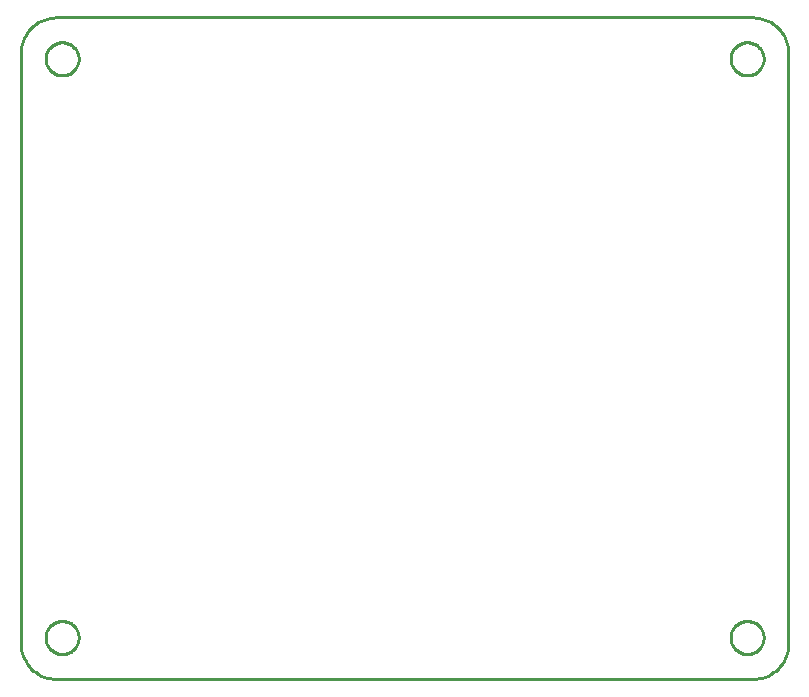
<source format=gbr>
G04 EAGLE Gerber RS-274X export*
G75*
%MOMM*%
%FSLAX34Y34*%
%LPD*%
%IN*%
%IPPOS*%
%AMOC8*
5,1,8,0,0,1.08239X$1,22.5*%
G01*
G04 Define Apertures*
%ADD10C,0.254000*%
D10*
X0Y30000D02*
X114Y27385D01*
X456Y24791D01*
X1022Y22235D01*
X1809Y19739D01*
X2811Y17321D01*
X4019Y15000D01*
X5425Y12793D01*
X7019Y10716D01*
X8787Y8787D01*
X10716Y7019D01*
X12793Y5425D01*
X15000Y4019D01*
X17321Y2811D01*
X19739Y1809D01*
X22235Y1022D01*
X24791Y456D01*
X27385Y114D01*
X30000Y0D01*
X620000Y0D01*
X622615Y114D01*
X625209Y456D01*
X627765Y1022D01*
X630261Y1809D01*
X632679Y2811D01*
X635000Y4019D01*
X637207Y5425D01*
X639284Y7019D01*
X641213Y8787D01*
X642981Y10716D01*
X644575Y12793D01*
X645981Y15000D01*
X647189Y17321D01*
X648191Y19739D01*
X648978Y22235D01*
X649544Y24791D01*
X649886Y27385D01*
X650000Y30000D01*
X650000Y530000D01*
X649886Y532615D01*
X649544Y535209D01*
X648978Y537765D01*
X648191Y540261D01*
X647189Y542679D01*
X645981Y545000D01*
X644575Y547207D01*
X642981Y549284D01*
X641213Y551213D01*
X639284Y552981D01*
X637207Y554575D01*
X635000Y555981D01*
X632679Y557189D01*
X630261Y558191D01*
X627765Y558978D01*
X625209Y559544D01*
X622615Y559886D01*
X620000Y560000D01*
X30000Y560000D01*
X27385Y559886D01*
X24791Y559544D01*
X22235Y558978D01*
X19739Y558191D01*
X17321Y557189D01*
X15000Y555981D01*
X12793Y554575D01*
X10716Y552981D01*
X8787Y551213D01*
X7019Y549284D01*
X5425Y547207D01*
X4019Y545000D01*
X2811Y542679D01*
X1809Y540261D01*
X1022Y537765D01*
X456Y535209D01*
X114Y532615D01*
X0Y530000D01*
X0Y30000D01*
X49000Y34500D02*
X48929Y33503D01*
X48786Y32513D01*
X48574Y31536D01*
X48292Y30576D01*
X47943Y29639D01*
X47527Y28729D01*
X47048Y27852D01*
X46507Y27010D01*
X45908Y26210D01*
X45253Y25454D01*
X44546Y24747D01*
X43790Y24092D01*
X42990Y23493D01*
X42148Y22952D01*
X41271Y22473D01*
X40361Y22057D01*
X39424Y21708D01*
X38465Y21426D01*
X37487Y21214D01*
X36498Y21071D01*
X35500Y21000D01*
X34500Y21000D01*
X33503Y21071D01*
X32513Y21214D01*
X31536Y21426D01*
X30576Y21708D01*
X29639Y22057D01*
X28729Y22473D01*
X27852Y22952D01*
X27010Y23493D01*
X26210Y24092D01*
X25454Y24747D01*
X24747Y25454D01*
X24092Y26210D01*
X23493Y27010D01*
X22952Y27852D01*
X22473Y28729D01*
X22057Y29639D01*
X21708Y30576D01*
X21426Y31536D01*
X21214Y32513D01*
X21071Y33503D01*
X21000Y34500D01*
X21000Y35500D01*
X21071Y36498D01*
X21214Y37487D01*
X21426Y38465D01*
X21708Y39424D01*
X22057Y40361D01*
X22473Y41271D01*
X22952Y42148D01*
X23493Y42990D01*
X24092Y43790D01*
X24747Y44546D01*
X25454Y45253D01*
X26210Y45908D01*
X27010Y46507D01*
X27852Y47048D01*
X28729Y47527D01*
X29639Y47943D01*
X30576Y48292D01*
X31536Y48574D01*
X32513Y48786D01*
X33503Y48929D01*
X34500Y49000D01*
X35500Y49000D01*
X36498Y48929D01*
X37487Y48786D01*
X38465Y48574D01*
X39424Y48292D01*
X40361Y47943D01*
X41271Y47527D01*
X42148Y47048D01*
X42990Y46507D01*
X43790Y45908D01*
X44546Y45253D01*
X45253Y44546D01*
X45908Y43790D01*
X46507Y42990D01*
X47048Y42148D01*
X47527Y41271D01*
X47943Y40361D01*
X48292Y39424D01*
X48574Y38465D01*
X48786Y37487D01*
X48929Y36498D01*
X49000Y35500D01*
X49000Y34500D01*
X49000Y524500D02*
X48929Y523503D01*
X48786Y522513D01*
X48574Y521536D01*
X48292Y520576D01*
X47943Y519639D01*
X47527Y518729D01*
X47048Y517852D01*
X46507Y517010D01*
X45908Y516210D01*
X45253Y515454D01*
X44546Y514747D01*
X43790Y514092D01*
X42990Y513493D01*
X42148Y512952D01*
X41271Y512473D01*
X40361Y512057D01*
X39424Y511708D01*
X38465Y511426D01*
X37487Y511214D01*
X36498Y511071D01*
X35500Y511000D01*
X34500Y511000D01*
X33503Y511071D01*
X32513Y511214D01*
X31536Y511426D01*
X30576Y511708D01*
X29639Y512057D01*
X28729Y512473D01*
X27852Y512952D01*
X27010Y513493D01*
X26210Y514092D01*
X25454Y514747D01*
X24747Y515454D01*
X24092Y516210D01*
X23493Y517010D01*
X22952Y517852D01*
X22473Y518729D01*
X22057Y519639D01*
X21708Y520576D01*
X21426Y521536D01*
X21214Y522513D01*
X21071Y523503D01*
X21000Y524500D01*
X21000Y525500D01*
X21071Y526498D01*
X21214Y527487D01*
X21426Y528465D01*
X21708Y529424D01*
X22057Y530361D01*
X22473Y531271D01*
X22952Y532148D01*
X23493Y532990D01*
X24092Y533790D01*
X24747Y534546D01*
X25454Y535253D01*
X26210Y535908D01*
X27010Y536507D01*
X27852Y537048D01*
X28729Y537527D01*
X29639Y537943D01*
X30576Y538292D01*
X31536Y538574D01*
X32513Y538786D01*
X33503Y538929D01*
X34500Y539000D01*
X35500Y539000D01*
X36498Y538929D01*
X37487Y538786D01*
X38465Y538574D01*
X39424Y538292D01*
X40361Y537943D01*
X41271Y537527D01*
X42148Y537048D01*
X42990Y536507D01*
X43790Y535908D01*
X44546Y535253D01*
X45253Y534546D01*
X45908Y533790D01*
X46507Y532990D01*
X47048Y532148D01*
X47527Y531271D01*
X47943Y530361D01*
X48292Y529424D01*
X48574Y528465D01*
X48786Y527487D01*
X48929Y526498D01*
X49000Y525500D01*
X49000Y524500D01*
X629000Y524500D02*
X628929Y523503D01*
X628786Y522513D01*
X628574Y521536D01*
X628292Y520576D01*
X627943Y519639D01*
X627527Y518729D01*
X627048Y517852D01*
X626507Y517010D01*
X625908Y516210D01*
X625253Y515454D01*
X624546Y514747D01*
X623790Y514092D01*
X622990Y513493D01*
X622148Y512952D01*
X621271Y512473D01*
X620361Y512057D01*
X619424Y511708D01*
X618465Y511426D01*
X617487Y511214D01*
X616498Y511071D01*
X615500Y511000D01*
X614500Y511000D01*
X613503Y511071D01*
X612513Y511214D01*
X611536Y511426D01*
X610576Y511708D01*
X609639Y512057D01*
X608729Y512473D01*
X607852Y512952D01*
X607010Y513493D01*
X606210Y514092D01*
X605454Y514747D01*
X604747Y515454D01*
X604092Y516210D01*
X603493Y517010D01*
X602952Y517852D01*
X602473Y518729D01*
X602057Y519639D01*
X601708Y520576D01*
X601426Y521536D01*
X601214Y522513D01*
X601071Y523503D01*
X601000Y524500D01*
X601000Y525500D01*
X601071Y526498D01*
X601214Y527487D01*
X601426Y528465D01*
X601708Y529424D01*
X602057Y530361D01*
X602473Y531271D01*
X602952Y532148D01*
X603493Y532990D01*
X604092Y533790D01*
X604747Y534546D01*
X605454Y535253D01*
X606210Y535908D01*
X607010Y536507D01*
X607852Y537048D01*
X608729Y537527D01*
X609639Y537943D01*
X610576Y538292D01*
X611536Y538574D01*
X612513Y538786D01*
X613503Y538929D01*
X614500Y539000D01*
X615500Y539000D01*
X616498Y538929D01*
X617487Y538786D01*
X618465Y538574D01*
X619424Y538292D01*
X620361Y537943D01*
X621271Y537527D01*
X622148Y537048D01*
X622990Y536507D01*
X623790Y535908D01*
X624546Y535253D01*
X625253Y534546D01*
X625908Y533790D01*
X626507Y532990D01*
X627048Y532148D01*
X627527Y531271D01*
X627943Y530361D01*
X628292Y529424D01*
X628574Y528465D01*
X628786Y527487D01*
X628929Y526498D01*
X629000Y525500D01*
X629000Y524500D01*
X629000Y34500D02*
X628929Y33503D01*
X628786Y32513D01*
X628574Y31536D01*
X628292Y30576D01*
X627943Y29639D01*
X627527Y28729D01*
X627048Y27852D01*
X626507Y27010D01*
X625908Y26210D01*
X625253Y25454D01*
X624546Y24747D01*
X623790Y24092D01*
X622990Y23493D01*
X622148Y22952D01*
X621271Y22473D01*
X620361Y22057D01*
X619424Y21708D01*
X618465Y21426D01*
X617487Y21214D01*
X616498Y21071D01*
X615500Y21000D01*
X614500Y21000D01*
X613503Y21071D01*
X612513Y21214D01*
X611536Y21426D01*
X610576Y21708D01*
X609639Y22057D01*
X608729Y22473D01*
X607852Y22952D01*
X607010Y23493D01*
X606210Y24092D01*
X605454Y24747D01*
X604747Y25454D01*
X604092Y26210D01*
X603493Y27010D01*
X602952Y27852D01*
X602473Y28729D01*
X602057Y29639D01*
X601708Y30576D01*
X601426Y31536D01*
X601214Y32513D01*
X601071Y33503D01*
X601000Y34500D01*
X601000Y35500D01*
X601071Y36498D01*
X601214Y37487D01*
X601426Y38465D01*
X601708Y39424D01*
X602057Y40361D01*
X602473Y41271D01*
X602952Y42148D01*
X603493Y42990D01*
X604092Y43790D01*
X604747Y44546D01*
X605454Y45253D01*
X606210Y45908D01*
X607010Y46507D01*
X607852Y47048D01*
X608729Y47527D01*
X609639Y47943D01*
X610576Y48292D01*
X611536Y48574D01*
X612513Y48786D01*
X613503Y48929D01*
X614500Y49000D01*
X615500Y49000D01*
X616498Y48929D01*
X617487Y48786D01*
X618465Y48574D01*
X619424Y48292D01*
X620361Y47943D01*
X621271Y47527D01*
X622148Y47048D01*
X622990Y46507D01*
X623790Y45908D01*
X624546Y45253D01*
X625253Y44546D01*
X625908Y43790D01*
X626507Y42990D01*
X627048Y42148D01*
X627527Y41271D01*
X627943Y40361D01*
X628292Y39424D01*
X628574Y38465D01*
X628786Y37487D01*
X628929Y36498D01*
X629000Y35500D01*
X629000Y34500D01*
M02*

</source>
